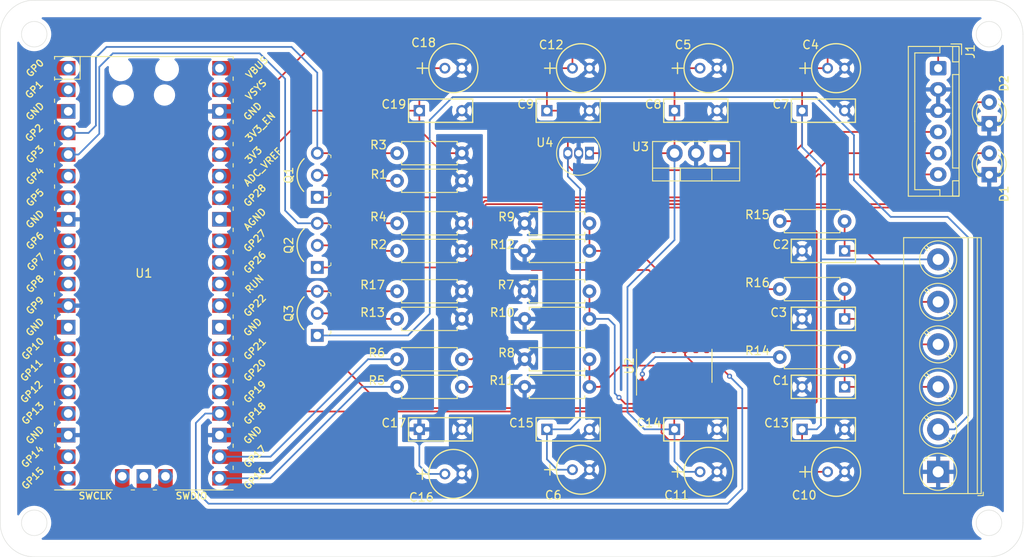
<source format=kicad_pcb>
(kicad_pcb (version 20240108) (generator "pcbnew") (generator_version "8.0")
  (layers (0 "F.Cu" signal) (31 "B.Cu" signal) (34 "B.Paste" user) (35 "F.Paste" user) (36 "B.SilkS" user "B.Silkscreen") (37 "F.SilkS" user "F.Silkscreen") (38 "B.Mask" user) (39 "F.Mask" user) (44 "Edge.Cuts" user))
  (net 0 "")
  (net 5 "Net-(J2-Pin_2)")
  (net 6 "Analog Position x10")
  (net 7 "Analog Position")
  (net 8 "GND")
  (net 9 "Analog Speed")
  (net 10 "+12V")
  (net 11 "+5V")
  (net 12 "+10V")
  (net 13 "Net-(R15-Pad1)")
  (net 14 "Net-(R16-Pad1)")
  (net 15 "PWM Position x10")
  (net 16 "PWM Position")
  (net 17 "PWM Speed")
  (net 18 "Net-(U2A--)")
  (net 19 "Net-(R14-Pad1)")
  (net 20 "Net-(U2B--)")
  (net 21 "Net-(U2C--)")
  (net 22 "Net-(U1-GPIO17)")
  (net 23 "Net-(D2-A)")
  (net 24 "Net-(U1-GPIO16)")
  (net 25 "Net-(D1-A)")
  (net 26 "B")
  (net 27 "A")
  (net 28 "Net-(Q3-B)")
  (net 29 "+3.3V")
  (net 30 "Net-(Q1-B)")
  (net 31 "Limit Switch")
  (net 32 "Net-(Q2-B)")
  (net 84 "Net-(Q1-C)")
  (net 85 "Net-(Q2-C)")
  (footprint "TJR:RPi_Pico_SMD_TH" (layer "F.Cu") (at 99.89 87.13)
    (property "Reference" "U1")
    (property "Value" "Pico")
  )
  (footprint "TJR:C_Radial_D5.00mm_H12.5mm_P2.00mm" (layer "F.Cu") (at 150.28 63)
    (property "Reference" "C12")
    (property "Value" "100uF")
  )
  (footprint "TJR:C_Rect_L7.3mm_W2.5_H6.5mm_P5.0mm" (layer "F.Cu") (at 132.28 105.5)
    (property "Reference" "C17")
    (property "Value" "0.1uF")
  )
  (footprint "TJR:C_Rect_L7.3mm_W2.5_H6.5mm_P5.0mm" (layer "F.Cu") (at 147.28 105.5)
    (property "Reference" "C15")
    (property "Value" "0.1uF")
  )
  (footprint "TJR:R_Axial_DIN0207_L6.3mm_D2.5mm_P7.62mm_Horizontal" (layer "F.Cu") (at 137.28 81.25 180)
    (property "Reference" "R4")
    (property "Value" "10k")
  )
  (footprint "TJR:R_Axial_DIN0207_L6.3mm_D2.5mm_P7.62mm_Horizontal" (layer "F.Cu") (at 137.28 84.5 180)
    (property "Reference" "R2")
    (property "Value" "10k")
  )
  (footprint "TJR:C_Rect_L7.3mm_W2.5_H6.5mm_P5.0mm" (layer "F.Cu") (at 147.28 68)
    (property "Reference" "C9")
    (property "Value" "0.1uF")
  )
  (footprint "TJR:R_Axial_DIN0207_L6.3mm_D2.5mm_P7.62mm_Horizontal" (layer "F.Cu") (at 152.28 84.5 180)
    (property "Reference" "R12")
    (property "Value" "10k")
  )
  (footprint "TJR:C_Rect_L7.3mm_W2.5_H6.5mm_P5.0mm" (layer "F.Cu") (at 162.28 68)
    (property "Reference" "C8")
    (property "Value" "0.1uF")
  )
  (footprint "TJR:R_Axial_DIN0207_L6.3mm_D2.5mm_P7.62mm_Horizontal" (layer "F.Cu") (at 144.66 97.25)
    (property "Reference" "R8")
    (property "Value" "10k")
  )
  (footprint "TerminalBlock_Phoenix:TerminalBlock_Phoenix_PT-1,5-6-5.0-H_1x06_P5.00mm_Horizontal" (layer "F.Cu") (at 193.28 110.5 90)
    (property "Reference" "J2" (hide yes))
    (property "Value" "Screw_Terminal_01x06")
  )
  (footprint "Connector_JST:JST_XH_B6B-XH-A_1x06_P2.50mm_Vertical" (layer "F.Cu") (at 193.28 63 -90)
    (property "Reference" "J1")
    (property "Value" "Motor Connector" (hide yes))
  )
  (footprint "TJR:C_Radial_D5.00mm_H12.5mm_P2.00mm" (layer "F.Cu") (at 135.28 110.75)
    (property "Reference" "C16")
    (property "Value" "100uF")
  )
  (footprint "TSL:LED_D3.0mm" (layer "F.Cu") (at 199.28 75.54 90)
    (property "Reference" "D1")
    (property "Value" "LED")
  )
  (footprint "TJR:C_Rect_L7.3mm_W2.5_H6.5mm_P5.0mm" (layer "F.Cu") (at 177.28 105.5)
    (property "Reference" "C13")
    (property "Value" "0.1uF")
  )
  (footprint "Package_TO_SOT_THT:TO-92_Inline" (layer "F.Cu") (at 152.28 73 180)
    (property "Reference" "U4")
    (property "Value" "LM79L05")
  )
  (footprint "TJR:R_Axial_DIN0207_L6.3mm_D2.5mm_P7.62mm_Horizontal" (layer "F.Cu") (at 174.66 89)
    (property "Reference" "R16")
    (property "Value" "5.1k")
  )
  (footprint "TJR:R_Axial_DIN0207_L6.3mm_D2.5mm_P7.62mm_Horizontal" (layer "F.Cu") (at 137.28 89.25 180)
    (property "Reference" "R17")
    (property "Value" "10k")
  )
  (footprint "TJR:C_Rect_L7.3mm_W2.5_H6.5mm_P5.0mm" (layer "F.Cu") (at 132.28 68)
    (property "Reference" "C19")
    (property "Value" "0.1uF")
  )
  (footprint "Package_SO:SOIC-14_3.9x8.7mm_P1.27mm" (layer "F.Cu") (at 162.25 98.025 90)
    (property "Reference" "U2")
    (property "Value" "OPA4197")
  )
  (footprint "TJR:C_Rect_L7.3mm_W2.5_H6.5mm_P5.0mm" (layer "F.Cu") (at 162.28 105.5)
    (property "Reference" "C14")
    (property "Value" "0.1uF")
  )
  (footprint "TJR:R_Axial_DIN0207_L6.3mm_D2.5mm_P7.62mm_Horizontal" (layer "F.Cu") (at 137.28 92.5 180)
    (property "Reference" "R13")
    (property "Value" "10k")
  )
  (footprint "TJR:C_Radial_D5.00mm_H12.5mm_P2.00mm" (layer "F.Cu") (at 180.28 110.5)
    (property "Reference" "C10")
    (property "Value" "100uF")
  )
  (footprint "TSL:LED_D3.0mm" (layer "F.Cu") (at 199.28 69.54 90)
    (property "Reference" "D2")
    (property "Value" "LED")
  )
  (footprint "TJR:R_Axial_DIN0207_L6.3mm_D2.5mm_P7.62mm_Horizontal" (layer "F.Cu") (at 129.66 100.5)
    (property "Reference" "R5")
    (property "Value" "330")
  )
  (footprint "TJR:C_Radial_D5.00mm_H12.5mm_P2.00mm" (layer "F.Cu") (at 150.28 110.25)
    (property "Reference" "C6")
    (property "Value" "100uF")
  )
  (footprint "TJR:C_Rect_L7.3mm_W4.5_H9.5mm_P5.0mmx" (layer "F.Cu") (at 182.28 84.5 180)
    (property "Reference" "C2")
    (property "Value" "1uF")
  )
  (footprint "TJR:R_Axial_DIN0207_L6.3mm_D2.5mm_P7.62mm_Horizontal" (layer "F.Cu") (at 144.66 81.25)
    (property "Reference" "R9")
    (property "Value" "10k")
  )
  (footprint "TJR:R_Axial_DIN0207_L6.3mm_D2.5mm_P7.62mm_Horizontal" (layer "F.Cu") (at 152.28 92.5 180)
    (property "Reference" "R10")
    (property "Value" "10k")
  )
  (footprint "TJR:C_Rect_L7.3mm_W2.5_H6.5mm_P5.0mm" (layer "F.Cu") (at 177.28 68)
    (property "Reference" "C7")
    (property "Value" "0.1uF")
  )
  (footprint "TJR:C_Radial_D5.00mm_H12.5mm_P2.00mm" (layer "F.Cu") (at 135.28 63)
    (property "Reference" "C18")
    (property "Value" "100uF")
  )
  (footprint "TJR:TO-92-3_Formed_Leads" (layer "F.Cu") (at 120.28 94.45 90)
    (property "Reference" "Q3")
    (property "Value" "2N3904")
  )
  (footprint "TJR:R_Axial_DIN0207_L6.3mm_D2.5mm_P7.62mm_Horizontal" (layer "F.Cu") (at 137.28 76.25 180)
    (property "Reference" "R1")
    (property "Value" "10k")
  )
  (footprint "TJR:C_Radial_D5.00mm_H12.5mm_P2.00mm" (layer "F.Cu") (at 180.28 63)
    (property "Reference" "C4")
    (property "Value" "100uF")
  )
  (footprint "TJR:C_Rect_L7.3mm_W4.5_H9.5mm_P5.0mmx" (layer "F.Cu") (at 182.28 100.5 180)
    (property "Reference" "C1")
    (property "Value" "1uF")
  )
  (footprint "TJR:C_Rect_L7.3mm_W4.5_H9.5mm_P5.0mmx" (layer "F.Cu") (at 182.28 92.5 180)
    (property "Reference" "C3")
    (property "Value" "1uF")
  )
  (footprint "TJR:C_Radial_D5.00mm_H12.5mm_P2.00mm" (layer "F.Cu") (at 165.28 63)
    (property "Reference" "C5")
    (property "Value" "100uF")
  )
  (footprint "TJR:R_Axial_DIN0207_L6.3mm_D2.5mm_P7.62mm_Horizontal" (layer "F.Cu") (at 174.66 97)
    (property "Reference" "R14")
    (property "Value" "5.1k")
  )
  (footprint "TJR:R_Axial_DIN0207_L6.3mm_D2.5mm_P7.62mm_Horizontal" (layer "F.Cu") (at 174.66 81)
    (property "Reference" "R15")
    (property "Value" "47k")
  )
  (footprint "TJR:TO-92-3_Formed_Leads" (layer "F.Cu") (at 120.28 86.45 90)
    (property "Reference" "Q2")
    (property "Value" "2N3904")
  )
  (footprint "TJR:R_Axial_DIN0207_L6.3mm_D2.5mm_P7.62mm_Horizontal" (layer "F.Cu") (at 144.66 89.25)
    (property "Reference" "R7")
    (property "Value" "10k")
  )
  (footprint "TJR:C_Radial_D5.00mm_H12.5mm_P2.00mm" (layer "F.Cu") (at 165.28 110.5)
    (property "Reference" "C11")
    (property "Value" "100uF")
  )
  (footprint "Package_TO_SOT_THT:TO-220-3_Vertical" (layer "F.Cu") (at 167.36 73 180)
    (property "Reference" "U3")
    (property "Value" "LM7810")
  )
  (footprint "TJR:R_Axial_DIN0207_L6.3mm_D2.5mm_P7.62mm_Horizontal" (layer "F.Cu") (at 152.28 100.5 180)
    (property "Reference" "R11")
    (property "Value" "10k")
  )
  (footprint "TJR:TO-92-3_Formed_Leads" (layer "F.Cu") (at 120.28 78.2 90)
    (property "Reference" "Q1")
    (property "Value" "2N3904")
  )
  (footprint "TJR:R_Axial_DIN0207_L6.3mm_D2.5mm_P7.62mm_Horizontal" (layer "F.Cu") (at 129.66 97.25)
    (property "Reference" "R6")
    (property "Value" "330")
  )
  (footprint "TJR:R_Axial_DIN0207_L6.3mm_D2.5mm_P7.62mm_Horizontal" (layer "F.Cu") (at 137.28 73 180)
    (property "Reference" "R3")
    (property "Value" "10k")
  )
  (gr_arc (start 87 120.5) (mid 84.171573 119.328427) (end 83 116.5) (stroke (width 0.05)) (layer "Edge.Cuts"))
  (gr_circle (center 199.25 59) (end 200.75 59) (stroke (width 0.05)) (fill none) (layer "Edge.Cuts"))
  (gr_circle (center 199.25 116.5) (end 200.75 116.5) (stroke (width 0.05)) (fill none) (layer "Edge.Cuts"))
  (gr_line (start 87 120.5) (end 199.25 120.5) (stroke (width 0.05)) (layer "Edge.Cuts"))
  (gr_arc (start 199.25 55) (mid 202.078427 56.171573) (end 203.25 59) (stroke (width 0.05)) (layer "Edge.Cuts"))
  (gr_line (start 203.25 116.5) (end 203.25 59) (stroke (width 0.05)) (layer "Edge.Cuts"))
  (gr_arc (start 83 59) (mid 84.171573 56.171573) (end 87 55) (stroke (width 0.05)) (layer "Edge.Cuts"))
  (gr_line (start 83 59) (end 83 116.5) (stroke (width 0.05)) (layer "Edge.Cuts"))
  (gr_circle (center 87 116.5) (end 88.5 116.5) (stroke (width 0.05)) (fill none) (layer "Edge.Cuts"))
  (gr_line (start 199.25 55) (end 87 55) (stroke (width 0.05)) (layer "Edge.Cuts"))
  (gr_arc (start 203.25 116.5) (mid 202.078427 119.328427) (end 199.25 120.5) (stroke (width 0.05)) (layer "Edge.Cuts"))
  (gr_circle (center 87 59) (end 88.5 59) (stroke (width 0.05)) (fill none) (layer "Edge.Cuts"))
  (segment (start 194.4 80.5) (end 196.8 82.9) (width 0.2) (layer "B.Cu") (net 5))
  (segment (start 133.5 69.1) (end 136.2 66.4) (width 0.2) (layer "B.Cu") (net 5))
  (segment (start 196.8 103.9) (end 195.2 105.5) (width 0.2) (layer "B.Cu") (net 5))
  (segment (start 196.8 82.9) (end 196.8 103.9) (width 0.2) (layer "B.Cu") (net 5))
  (segment (start 187.7 80.5) (end 194.4 80.5) (width 0.2) (layer "B.Cu") (net 5))
  (segment (start 183.38 76.18) (end 187.7 80.5) (width 0.2) (layer "B.Cu") (net 5))
  (segment (start 195.2 105.5) (end 193.28 105.5) (width 0.2) (layer "B.Cu") (net 5))
  (segment (start 183.38 70.88) (end 183.38 76.18) (width 0.2) (layer "B.Cu") (net 5))
  (segment (start 136.2 66.4) (end 178.9 66.4) (width 0.2) (layer "B.Cu") (net 5))
  (segment (start 120.28 94.45) (end 130.95 94.45) (width 0.2) (layer "B.Cu") (net 5))
  (segment (start 178.9 66.4) (end 183.38 70.88) (width 0.2) (layer "B.Cu") (net 5))
  (segment (start 133.5 91.9) (end 133.5 69.1) (width 0.2) (layer "B.Cu") (net 5))
  (segment (start 130.95 94.45) (end 133.5 91.9) (width 0.2) (layer "B.Cu") (net 5))
  (segment (start 182.28 97) (end 182.28 100.5) (width 0.2) (layer "F.Cu") (net 6))
  (segment (start 182.28 100.5) (end 193.28 100.5) (width 0.2) (layer "F.Cu") (net 6))
  (segment (start 182.28 92.5) (end 184.5 92.5) (width 0.2) (layer "F.Cu") (net 7))
  (segment (start 184.5 92.5) (end 187.5 95.5) (width 0.2) (layer "F.Cu") (net 7))
  (segment (start 182.28 89) (end 182.28 92.5) (width 0.2) (layer "F.Cu") (net 7))
  (segment (start 187.5 95.5) (end 193.28 95.5) (width 0.2) (layer "F.Cu") (net 7))
  (segment (start 162.25 89.75) (end 162.25 95.55) (width 0.2) (layer "F.Cu") (net 8))
  (segment (start 144.66 84.5) (end 144.66 85.91) (width 0.2) (layer "F.Cu") (net 8))
  (segment (start 145.5 86.75) (end 159.25 86.75) (width 0.2) (layer "F.Cu") (net 8))
  (segment (start 159.25 86.75) (end 162.25 89.75) (width 0.2) (layer "F.Cu") (net 8))
  (segment (start 144.66 85.91) (end 145.5 86.75) (width 0.2) (layer "F.Cu") (net 8))
  (segment (start 184.75 84.5) (end 190.75 90.5) (width 0.2) (layer "F.Cu") (net 9))
  (segment (start 182.28 84.5) (end 184.75 84.5) (width 0.2) (layer "F.Cu") (net 9))
  (segment (start 190.75 90.5) (end 193.28 90.5) (width 0.2) (layer "F.Cu") (net 9))
  (segment (start 182.28 81) (end 182.28 84.5) (width 0.2) (layer "F.Cu") (net 9))
  (segment (start 181.25 60.25) (end 180.25 61.25) (width 0.2) (layer "F.Cu") (net 10))
  (segment (start 178.5 110.5) (end 180.28 110.5) (width 0.2) (layer "F.Cu") (net 10))
  (segment (start 177.28 105.5) (end 177.28 109.28) (width 0.2) (layer "F.Cu") (net 10))
  (segment (start 178.25 63) (end 180.28 63) (width 0.2) (layer "F.Cu") (net 10))
  (segment (start 177.28 109.28) (end 178.5 110.5) (width 0.2) (layer "F.Cu") (net 10))
  (segment (start 177.28 63.97) (end 178.25 63) (width 0.2) (layer "F.Cu") (net 10))
  (segment (start 167.36 73) (end 176.25 73) (width 0.2) (layer "F.Cu") (net 10))
  (segment (start 177.28 71.97) (end 177.28 68) (width 0.2) (layer "F.Cu") (net 10))
  (segment (start 177.28 68) (end 177.28 63.97) (width 0.2) (layer "F.Cu") (net 10))
  (segment (start 180.25 61.5) (end 180.28 61.53) (width 0.2) (layer "F.Cu") (net 10))
  (segment (start 193.28 61.28) (end 192.25 60.25) (width 0.2) (layer "F.Cu") (net 10))
  (segment (start 193.28 63) (end 193.28 61.28) (width 0.2) (layer "F.Cu") (net 10))
  (segment (start 176.25 73) (end 177.28 71.97) (width 0.2) (layer "F.Cu") (net 10))
  (segment (start 180.25 61.25) (end 180.25 61.5) (width 0.2) (layer "F.Cu") (net 10))
  (segment (start 192.25 60.25) (end 181.25 60.25) (width 0.2) (layer "F.Cu") (net 10))
  (segment (start 180.28 61.53) (end 180.28 63) (width 0.2) (layer "F.Cu") (net 10))
  (segment (start 179.5 105) (end 179 105.5) (width 0.2) (layer "B.Cu") (net 10))
  (segment (start 179.5 85.5) (end 179.5 105) (width 0.2) (layer "B.Cu") (net 10))
  (segment (start 177.28 72.28) (end 179.5 74.5) (width 0.2) (layer "B.Cu") (net 10))
  (segment (start 177.28 68) (end 177.28 72.28) (width 0.2) (layer "B.Cu") (net 10))
  (segment (start 179 105.5) (end 177.28 105.5) (width 0.2) (layer "B.Cu") (net 10))
  (segment (start 193.28 85.5) (end 179.5 85.5) (width 0.2) (layer "B.Cu") (net 10))
  (segment (start 179.5 74.5) (end 179.5 85.5) (width 0.2) (layer "B.Cu") (net 10))
  (segment (start 176.25 75) (end 180.75 70.5) (width 0.2) (layer "F.Cu") (net 11))
  (segment (start 180.75 70.5) (end 193.28 70.5) (width 0.2) (layer "F.Cu") (net 11))
  (segment (start 148.5 63) (end 150.28 63) (width 0.2) (layer "F.Cu") (net 11))
  (segment (start 114.46 65.54) (end 108.78 65.54) (width 0.2) (layer "F.Cu") (net 11))
  (segment (start 149.74 73) (end 149.74 68.74) (width 0.2) (layer "F.Cu") (net 11))
  (segment (start 147.28 64.22) (end 148.5 63) (width 0.2) (layer "F.Cu") (net 11))
  (segment (start 149.74 73.5) (end 149.75 73.51) (width 0.2) (layer "F.Cu") (net 11))
  (segment (start 147.28 68) (end 147.28 64.22) (width 0.2) (layer "F.Cu") (net 11))
  (segment (start 150.28 59.78) (end 149.25 58.75) (width 0.2) (layer "F.Cu") (net 11))
  (segment (start 149.74 73) (end 149.74 73.5) (width 0.2) (layer "F.Cu") (net 11))
  (segment (start 149.75 74.5) (end 150.25 75) (width 0.2) (layer "F.Cu") (net 11))
  (segment (start 149.25 58.75) (end 121.25 58.75) (width 0.2) (layer "F.Cu") (net 11))
  (segment (start 150.25 75) (end 176.25 75) (width 0.2) (layer "F.Cu") (net 11))
  (segment (start 121.25 58.75) (end 114.46 65.54) (width 0.2) (layer "F.Cu") (net 11))
  (segment (start 149.75 73.51) (end 149.75 74.5) (width 0.2) (layer "F.Cu") (net 11))
  (segment (start 149 68) (end 147.28 68) (width 0.2) (layer "F.Cu") (net 11))
  (segment (start 150.28 63) (end 150.28 59.78) (width 0.2) (layer "F.Cu") (net 11))
  (segment (start 149.74 68.74) (end 149 68) (width 0.2) (layer "F.Cu") (net 11))
  (segment (start 148.5 110.25) (end 150.28 110.25) (width 0.2) (layer "B.Cu") (net 11))
  (segment (start 151.18 77.32) (end 151.18 104.32) (width 0.2) (layer "B.Cu") (net 11))
  (segment (start 149.74 75.74) (end 151.25 77.25) (width 0.2) (layer "B.Cu") (net 11))
  (segment (start 151.25 77.25) (end 151.18 77.32) (width 0.2) (layer "B.Cu") (net 11))
  (segment (start 149.74 73) (end 149.74 75.74) (width 0.2) (layer "B.Cu") (net 11))
  (segment (start 150 105.5) (end 147.28 105.5) (width 0.2) (layer "B.Cu") (net 11))
  (segment (start 147.28 105.5) (end 147.28 109.03) (width 0.2) (layer "B.Cu") (net 11))
  (segment (start 151.18 104.32) (end 150 105.5) (width 0.2) (layer "B.Cu") (net 11))
  (segment (start 147.28 109.03) (end 148.5 110.25) (width 0.2) (layer "B.Cu") (net 11))
  (segment (start 162.28 68) (end 162.28 64.22) (width 0.2) (layer "F.Cu") (net 12))
  (segment (start 162.25 105.47) (end 162.28 105.5) (width 0.2) (layer "F.Cu") (net 12))
  (segment (start 163.5 63) (end 165.28 63) (width 0.2) (layer "F.Cu") (net 12))
  (segment (start 162.28 64.22) (end 163.5 63) (width 0.2) (layer "F.Cu") (net 12))
  (segment (start 162.28 73) (end 152.28 73) (width 0.2) (layer "F.Cu") (net 12))
  (segment (start 162.28 68) (end 162.28 73) (width 0.2) (layer "F.Cu") (net 12))
  (segment (start 162.25 100.5) (end 162.25 105.47) (width 0.2) (layer "F.Cu") (net 12))
  (segment (start 163.5 110.5) (end 165.28 110.5) (width 0.2) (layer "B.Cu") (net 12))
  (segment (start 162.28 83.22) (end 156.75 88.75) (width 0.2) (layer "B.Cu") (net 12))
  (segment (start 162.28 105.5) (end 162.28 109.28) (width 0.2) (layer "B.Cu") (net 12))
  (segment (start 158.75 105.5) (end 162.28 105.5) (width 0.2) (layer "B.Cu") (net 12))
  (segment (start 156.75 88.75) (end 156.75 103.5) (width 0.2) (layer "B.Cu") (net 12))
  (segment (start 156.75 103.5) (end 158.75 105.5) (width 0.2) (layer "B.Cu") (net 12))
  (segment (start 162.28 109.28) (end 163.5 110.5) (width 0.2) (layer "B.Cu") (net 12))
  (segment (start 162.28 73) (end 162.28 83.22) (width 0.2) (layer "B.Cu") (net 12))
  (segment (start 166.06 100.5) (end 166.06 102.06) (width 0.2) (layer "F.Cu") (net 13))
  (segment (start 167 103) (end 178.25 103) (width 0.2) (layer "F.Cu") (net 13))
  (segment (start 179 82.25) (end 177.75 81) (width 0.2) (layer "F.Cu") (net 13))
  (segment (start 177.75 81) (end 174.66 81) (width 0.2) (layer "F.Cu") (net 13))
  (segment (start 166.06 102.06) (end 167 103) (width 0.2) (layer "F.Cu") (net 13))
  (segment (start 179 102.25) (end 179 82.25) (width 0.2) (layer "F.Cu") (net 13))
  (segment (start 178.25 103) (end 179 102.25) (width 0.2) (layer "F.Cu") (net 13))
  (segment (start 166.06 92.94) (end 170 89) (width 0.2) (layer "F.Cu") (net 14))
  (segment (start 166.06 95.55) (end 166.06 92.94) (width 0.2) (layer "F.Cu") (net 14))
  (segment (start 170 89) (end 174.66 89) (width 0.2) (layer "F.Cu") (net 14))
  (segment (start 160.98 100.5) (end 160.98 102.12) (width 0.2) (layer "F.Cu") (net 15))
  (segment (start 160.1 103) (end 128.2 103) (width 0.2) (layer "F.Cu") (net 15))
  (segment (start 123.76 98.56) (end 108.78 98.56) (width 0.2) (layer "F.Cu") (net 15))
  (segment (start 128.2 103) (end 123.76 98.56) (width 0.2) (layer "F.Cu") (net 15))
  (segment (start 160.98 102.12) (end 160.1 103) (width 0.2) (layer "F.Cu") (net 15))
  (segment (start 168.75 99.25) (end 167.5 98) (width 0.2) (layer "F.Cu") (net 16))
  (segment (start 164.75 98) (end 163.52 96.77) (width 0.2) (layer "F.Cu") (net 16))
  (segment (start 167.5 98) (end 164.75 98) (width 0.2) (layer "F.Cu") (net 16))
  (segment (start 163.52 96.77) (end 163.52 95.55) (width 0.2) (layer "F.Cu") (net 16))
  (via (at 168.75 99.25) (size 0.6) (drill 0.3) (layers "F.Cu" "B.Cu") (net 16))
  (segment (start 107.5 114.25) (end 111.25 114.25) (width 0.2) (layer "B.Cu") (net 16))
  (segment (start 106.75 104) (end 106 104.75) (width 0.2) (layer "B.Cu") (net 16))
  (segment (start 106 112.75) (end 107.5 114.25) (width 0.2) (layer "B.Cu") (net 16))
  (segment (start 107.11 103.64) (end 106.75 104) (width 0.2) (layer "B.Cu") (net 16))
  (segment (start 168.5 114.25) (end 170.25 112.5) (width 0.2) (layer "B.Cu") (net 16))
  (segment (start 169.75 100.25) (end 168.75 99.25) (width 0.2) (layer "B.Cu") (net 16))
  (segment (start 170.25 100.75) (end 169.75 100.25) (width 0.2) (layer "B.Cu") (net 16))
  (segment (start 111.25 114.25) (end 168.5 114.25) (width 0.2) (layer "B.Cu") (net 16))
  (segment (start 170.25 112.5) (end 170.25 100.75) (width 0.2) (layer "B.Cu") (net 16))
  (segment (start 108.78 103.64) (end 107.11 103.64) (width 0.2) (layer "B.Cu") (net 16))
  (segment (start 106 104.75) (end 106 112.75) (width 0.2) (layer "B.Cu") (net 16))
  (segment (start 161.6092 106.75) (end 163 106.75) (width 0.2) (layer "F.Cu") (net 17))
  (segment (start 160.75 104.4) (end 160.75 105.8908) (width 0.2) (layer "F.Cu") (net 17))
  (segment (start 112.64 103.4) (end 159.75 103.4) (width 0.2) (layer "F.Cu") (net 17))
  (segment (start 159.75 103.4) (end 160.75 104.4) (width 0.2) (layer "F.Cu") (net 17))
  (segment (start 163.52 106.23) (end 163.52 106) (width 0.2) (layer "F.Cu") (net 17))
  (segment (start 108.78 101.1) (end 110.34 101.1) (width 0.2) (layer "F.Cu") (net 17))
  (segment (start 160.75 105.8908) (end 161.6092 106.75) (width 0.2) (layer "F.Cu") (net 17))
  (segment (start 163.52 106) (end 163.52 100.5) (width 0.2) (layer "F.Cu") (net 17))
  (segment (start 110.34 101.1) (end 112.64 103.4) (width 0.2) (layer "F.Cu") (net 17))
  (segment (start 163 106.75) (end 163.52 106.23) (width 0.2) (layer "F.Cu") (net 17))
  (segment (start 159.75 102) (end 159.75 100.5) (width 0.2) (layer "F.Cu") (net 18))
  (segment (start 159.25 102.5) (end 159.75 102) (width 0.2) (layer "F.Cu") (net 18))
  (segment (start 152.28 89.25) (end 152.28 92.5) (width 0.2) (layer "F.Cu") (net 18))
  (segment (start 156.5 102.5) (end 159.25 102.5) (width 0.2) (layer "F.Cu") (net 18))
  (segment (start 155.75 101.75) (end 156.5 102.5) (width 0.2) (layer "F.Cu") (net 18))
  (via (at 155.75 101.75) (size 0.6) (drill 0.3) (layers "F.Cu" "B.Cu") (net 18))
  (segment (start 155.25 93.25) (end 155.25 96.5) (width 0.2) (layer "B.Cu") (net 18))
  (segment (start 155.25 101.25) (end 155.75 101.75) (width 0.2) (layer "B.Cu") (net 18))
  (segment (start 152.28 92.5) (end 154.5 92.5) (width 0.2) (layer "B.Cu") (net 18))
  (segment (start 155.25 96.5) (end 155.25 101.25) (width 0.2) (layer "B.Cu") (net 18))
  (segment (start 154.5 92.5) (end 155.25 93.25) (width 0.2) (layer "B.Cu") (net 18))
  (segment (start 158.5 98.75) (end 158.5 99.75) (width 0.2) (layer "F.Cu") (net 19))
  (via (at 158.5 99) (size 0.6) (drill 0.3) (layers "F.Cu" "B.Cu") (net 19))
  (segment (start 158.5 98.5) (end 158.5 98.75) (width 0.2) (layer "B.Cu") (net 19))
  (segment (start 160 97) (end 158.5 98.5) (width 0.2) (layer "B.Cu") (net 19))
  (segment (start 174.66 97) (end 160 97) (width 0.2) (layer "B.Cu") (net 19))
  (segment (start 164.79 98.79) (end 164.79 100.5) (width 0.2) (layer "F.Cu") (net 20))
  (segment (start 152.28 100.5) (end 152.28 97.25) (width 0.2) (layer "F.Cu") (net 20))
  (segment (start 153.5 100.5) (end 156 98) (width 0.2) (layer "F.Cu") (net 20))
  (segment (start 152.28 100.5) (end 153.5 100.5) (width 0.2) (layer "F.Cu") (net 20))
  (segment (start 164 98) (end 164.79 98.79) (width 0.2) (layer "F.Cu") (net 20))
  (segment (start 156 98) (end 164 98) (width 0.2) (layer "F.Cu") (net 20))
  (segment (start 152.28 84.5) (end 158 84.5) (width 0.2) (layer "F.Cu") (net 21))
  (segment (start 152.28 81.25) (end 152.28 84.5) (width 0.2) (layer "F.Cu") (net 21))
  (segment (start 164.79 91.29) (end 164.79 95.55) (width 0.2) (layer "F.Cu") (net 21))
  (segment (start 158 84.5) (end 164.79 91.29) (width 0.2) (layer "F.Cu") (net 21))
  (segment (start 114.78 108.72) (end 126.25 97.25) (width 0.2) (layer "B.Cu") (net 22))
  (segment (start 108.78 108.72) (end 114.78 108.72) (width 0.2) (layer "B.Cu") (net 22))
  (segment (start 126.25 97.25) (end 129.66 97.25) (width 0.2) (layer "B.Cu") (net 22))
  (segment (start 196.3 75.5) (end 196.3 68.1) (width 0.2) (layer "F.Cu") (net 23))
  (segment (start 140.165686 79) (end 192.8 79) (width 0.2) (layer "F.Cu") (net 23))
  (segment (start 138.45 97.25) (end 139 96.7) (width 0.2) (layer "F.Cu") (net 23))
  (segment (start 139 96.7) (end 139 80.165686) (width 0.2) (layer "F.Cu") (net 23))
  (segment (start 199.28 67) (end 197.4 67) (width 0.2) (layer "F.Cu") (net 23))
  (segment (start 137.28 97.25) (end 138.45 97.25) (width 0.2) (layer "F.Cu") (net 23))
  (segment (start 139 80.165686) (end 140.165686 79) (width 0.2) (layer "F.Cu") (net 23))
  (segment (start 197.4 67) (end 196.3 68.1) (width 0.2) (layer "F.Cu") (net 23))
  (segment (start 192.8 79) (end 196.3 75.5) (width 0.2) (layer "F.Cu") (net 23))
  (segment (start 114.74 111.26) (end 125.5 100.5) (width 0.2) (layer "B.Cu") (net 24))
  (segment (start 125.5 100.5) (end 129.66 100.5) (width 0.2) (layer "B.Cu") (net 24))
  (segment (start 108.78 111.26) (end 114.74 111.26) (width 0.2) (layer "B.Cu") (net 24))
  (segment (start 196.7 73.8) (end 196.7 75.665686) (width 0.2) (layer "F.Cu") (net 25))
  (segment (start 139.4 80.331372) (end 139.4 99.6) (width 0.2) (layer "F.Cu") (net 25))
  (segment (start 138.5 100.5) (end 137.28 100.5) (width 0.2) (layer "F.Cu") (net 25))
  (segment (start 140.331372 79.4) (end 139.4 80.331372) (width 0.2) (layer "F.Cu") (net 25))
  (segment (start 196.7 75.665686) (end 192.965686 79.4) (width 0.2) (layer "F.Cu") (net 25))
  (segment (start 139.4 99.6) (end 138.5 100.5) (width 0.2) (layer "F.Cu") (net 25))
  (segment (start 199.28 73) (end 197.5 73) (width 0.2) (layer "F.Cu") (net 25))
  (segment (start 197.5 73) (end 196.7 73.8) (width 0.2) (layer "F.Cu") (net 25))
  (segment (start 192.965686 79.4) (end 140.331372 79.4) (width 0.2) (layer "F.Cu") (net 25))
  (segment (start 176.065686 78.6) (end 179.165686 75.5) (width 0.2) (layer "F.Cu") (net 26))
  (segment (start 140 78.6) (end 176.065686 78.6) (width 0.2) (layer "F.Cu") (net 26))
  (segment (start 138.6 84.9) (end 138.6 80) (width 0.2) (layer "F.Cu") (net 26))
  (segment (start 138.6 80) (end 140 78.6) (width 0.2) (layer "F.Cu") (net 26))
  (segment (start 179.165686 75.5) (end 193.28 75.5) (width 0.2) (layer "F.Cu") (net 26))
  (segment (start 137.05 86.45) (end 138.6 84.9) (width 0.2) (layer "F.Cu") (net 26))
  (segment (start 120.28 86.45) (end 137.05 86.45) (width 0.2) (layer "F.Cu") (net 26))
  (segment (start 193.28 73) (end 181.1 73) (width 0.2) (layer "F.Cu") (net 27))
  (segment (start 181.1 73) (end 175.9 78.2) (width 0.2) (layer "F.Cu") (net 27))
  (segment (start 175.9 78.2) (end 120.28 78.2) (width 0.2) (layer "F.Cu") (net 27))
  (segment (start 124.75 92.5) (end 124 91.85) (width 0.2) (layer "F.Cu") (net 28))
  (segment (start 129.66 92.5) (end 124.75 92.5) (width 0.2) (layer "F.Cu") (net 28))
  (segment (start 124 91.85) (end 120.28 91.85) (width 0.2) (layer "F.Cu") (net 28))
  (segment (start 132.28 63.97) (end 133.25 63) (width 0.2) (layer "F.Cu") (net 29))
  (segment (start 133.25 63) (end 135.28 63) (width 0.2) (layer "F.Cu") (net 29))
  (segment (start 132.28 70.22) (end 132.28 68) (width 0.2) (layer "F.Cu") (net 29))
  (segment (start 132.28 68) (end 119.5 68) (width 0.2) (layer "F.Cu") (net 29))
  (segment (start 135.06 73) (end 132.28 70.22) (width 0.2) (layer "F.Cu") (net 29))
  (segment (start 119.5 68) (end 114.25 73.25) (width 0.2) (layer "F.Cu") (net 29))
  (segment (start 114.25 73.25) (end 108.78 73.16) (width 0.2) (layer "F.Cu") (net 29))
  (segment (start 132.28 68) (end 132.28 63.97) (width 0.2) (layer "F.Cu") (net 29))
  (segment (start 137.28 73) (end 135.06 73) (width 0.2) (layer "F.Cu") (net 29))
  (segment (start 132.28 109.78) (end 133.25 110.75) (width 0.2) (layer "B.Cu") (net 29))
  (segment (start 133.25 110.75) (end 135.28 110.75) (width 0.2) (layer "B.Cu") (net 29))
  (segment (start 132.28 105.5) (end 132.28 109.78) (width 0.2) (layer "B.Cu") (net 29))
  (segment (start 129.66 76.25) (end 125 76.25) (width 0.2) (layer "F.Cu") (net 30))
  (segment (start 124.35 75.6) (end 120.28 75.6) (width 0.2) (layer "F.Cu") (net 30))
  (segment (start 125 76.25) (end 124.35 75.6) (width 0.2) (layer "F.Cu") (net 30))
  (segment (start 129.66 89.25) (end 120.28 89.25) (width 0.2) (layer "F.Cu") (net 31))
  (segment (start 113.98 96.02) (end 108.78 96.02) (width 0.2) (layer "F.Cu") (net 31))
  (segment (start 115.25 92.5) (end 115.25 94.75) (width 0.2) (layer "F.Cu") (net 31))
  (segment (start 118.5 89.25) (end 115.25 92.5) (width 0.2) (layer "F.Cu") (net 31))
  (segment (start 120.28 89.25) (end 118.5 89.25) (width 0.2) (layer "F.Cu") (net 31))
  (segment (start 115.25 94.75) (end 113.98 96.02) (width 0.2) (layer "F.Cu") (net 31))
  (segment (start 124.75 84.5) (end 124.1 83.85) (width 0.2) (layer "F.Cu") (net 32))
  (segment (start 129.66 84.5) (end 124.75 84.5) (width 0.2) (layer "F.Cu") (net 32))
  (segment (start 124.1 83.85) (end 120.28 83.85) (width 0.2) (layer "F.Cu") (net 32))
  (segment (start 120.28 73) (end 129.66 73) (width 0.2) (layer "F.Cu") (net 84))
  (segment (start 94.25 69.75) (end 94.25 61.75) (width 0.2) (layer "B.Cu") (net 84))
  (segment (start 91 70.62) (end 93.38 70.62) (width 0.2) (layer "B.Cu") (net 84))
  (segment (start 93.38 70.62) (end 94.25 69.75) (width 0.2) (layer "B.Cu") (net 84))
  (segment (start 117.25 60.5) (end 120.28 63.53) (width 0.2) (layer "B.Cu") (net 84))
  (segment (start 94.25 61.75) (end 95.5 60.5) (width 0.2) (layer "B.Cu") (net 84))
  (segment (start 95.5 60.5) (end 117.25 60.5) (width 0.2) (layer "B.Cu") (net 84))
  (segment (start 120.28 63.53) (end 120.28 73) (width 0.2) (layer "B.Cu") (net 84))
  (segment (start 129.66 81.25) (end 120.28 81.25) (width 0.2) (layer "F.Cu") (net 85))
  (segment (start 94.65 62.85) (end 94.65 70.712081) (width 0.2) (layer "B.Cu") (net 85))
  (segment (start 120.28 81.25) (end 118 81.25) (width 0.2) (layer "B.Cu") (net 85))
  (segment (start 96.25 61.25) (end 94.65 62.85) (width 0.2) (layer "B.Cu") (net 85))
  (segment (start 118 81.25) (end 116.5 79.75) (width 0.2) (layer "B.Cu") (net 85))
  (segment (start 92.202081 73.16) (end 91 73.16) (width 0.2) (layer "B.Cu") (net 85))
  (segment (start 94.65 70.712081) (end 92.202081 73.16) (width 0.2) (layer "B.Cu") (net 85))
  (segment (start 116.5 64.25) (end 113.5 61.25) (width 0.2) (layer "B.Cu") (net 85))
  (segment (start 113.5 61.25) (end 96.25 61.25) (width 0.2) (layer "B.Cu") (net 85))
  (segment (start 116.5 79.75) (end 116.5 64.25) (width 0.2) (layer "B.Cu") (net 85))
  (zone (net 29) (net_name "+3.3V") (layer "B.Cu") (name "3.3") (priority 1) (connect_pads (clearance 0.5)) (min_thickness 0.25) (fill yes (thermal_gap 0.5) (thermal_bridge_width 0.5) (island_removal_mode 1) (island_area_min 10))
    (polygon (pts (xy 134.25 70.6) (xy 140 70.6) (xy 140 79) (xy 146.5 79) (xy 146.5 82.75) (xy 142.709705 82.75) (xy 142.72667 87) (xy 146.5 87) (xy 146.5 90.75) (xy 142.75 90.75) (xy 142.75 95) (xy 146.5 95) (xy 146.5 98.75) (xy 142.751062 98.75) (xy 142.729831 103.75) (xy 135.5 103.75) (xy 135.5 107.4) (xy 129.75 107.4) (xy 129.75 103.250006) (xy 134.202631 103.249968)))
  )
  (zone (net 8) (net_name "GND") (layer "B.Cu") (name "GND") (priority 2) (connect_pads (clearance 0.5)) (min_thickness 0.25) (fill yes (thermal_gap 0.5) (thermal_bridge_width 0.5))
    (polygon (pts (xy 201 118.5) (xy 85 118.5) (xy 85 57) (xy 201 57)))
    (polygon (pts (xy 134 70.25) (xy 134 103.25) (xy 129.75 103.25) (xy 129.75 107.5) (xy 135.75 107.5) (xy 135.75 103.75) (xy 143 103.75) (xy 143 99) (xy 146.75 99) (xy 146.75 94.25) (xy 143 94.25) (xy 143 91.25) (xy 146.5 91.25) (xy 146.75 91) (xy 146.75 86.75) (xy 143 86.75) (xy 143 83.25) (xy 146.75 83.25) (xy 146.75 78.75) (xy 140.25 78.75) (xy 140.25 70.25)))
  )
)
</source>
